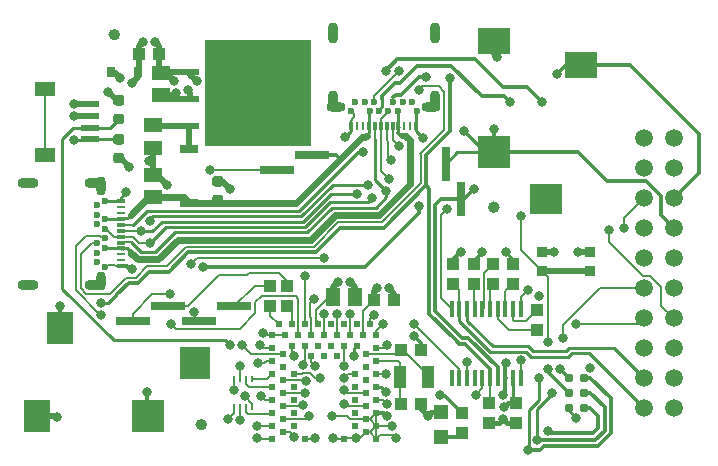
<source format=gtl>
G04 #@! TF.GenerationSoftware,KiCad,Pcbnew,(5.1.6-0-10_14)*
G04 #@! TF.CreationDate,2021-09-10T12:16:29-05:00*
G04 #@! TF.ProjectId,DFC_REV_D,4446435f-5245-4565-9f44-2e6b69636164,rev?*
G04 #@! TF.SameCoordinates,Original*
G04 #@! TF.FileFunction,Copper,L1,Top*
G04 #@! TF.FilePolarity,Positive*
%FSLAX46Y46*%
G04 Gerber Fmt 4.6, Leading zero omitted, Abs format (unit mm)*
G04 Created by KiCad (PCBNEW (5.1.6-0-10_14)) date 2021-09-10 12:16:29*
%MOMM*%
%LPD*%
G01*
G04 APERTURE LIST*
G04 #@! TA.AperFunction,EtchedComponent*
%ADD10C,0.152400*%
G04 #@! TD*
G04 #@! TA.AperFunction,SMDPad,CuDef*
%ADD11R,3.000000X0.650000*%
G04 #@! TD*
G04 #@! TA.AperFunction,SMDPad,CuDef*
%ADD12R,0.650000X3.000000*%
G04 #@! TD*
G04 #@! TA.AperFunction,ComponentPad*
%ADD13O,1.800000X0.900000*%
G04 #@! TD*
G04 #@! TA.AperFunction,ComponentPad*
%ADD14C,0.600000*%
G04 #@! TD*
G04 #@! TA.AperFunction,ComponentPad*
%ADD15O,0.800000X1.600000*%
G04 #@! TD*
G04 #@! TA.AperFunction,SMDPad,CuDef*
%ADD16R,0.700000X0.320000*%
G04 #@! TD*
G04 #@! TA.AperFunction,SMDPad,CuDef*
%ADD17R,0.700000X0.250000*%
G04 #@! TD*
G04 #@! TA.AperFunction,ComponentPad*
%ADD18O,0.900000X1.800000*%
G04 #@! TD*
G04 #@! TA.AperFunction,ComponentPad*
%ADD19O,1.600000X0.800000*%
G04 #@! TD*
G04 #@! TA.AperFunction,SMDPad,CuDef*
%ADD20R,0.320000X0.700000*%
G04 #@! TD*
G04 #@! TA.AperFunction,SMDPad,CuDef*
%ADD21R,0.250000X0.700000*%
G04 #@! TD*
G04 #@! TA.AperFunction,SMDPad,CuDef*
%ADD22R,1.549400X0.609600*%
G04 #@! TD*
G04 #@! TA.AperFunction,Conductor*
%ADD23R,9.000000X9.000000*%
G04 #@! TD*
G04 #@! TA.AperFunction,SMDPad,CuDef*
%ADD24R,1.200000X1.200000*%
G04 #@! TD*
G04 #@! TA.AperFunction,ComponentPad*
%ADD25C,1.498600*%
G04 #@! TD*
G04 #@! TA.AperFunction,SMDPad,CuDef*
%ADD26R,0.800000X0.900000*%
G04 #@! TD*
G04 #@! TA.AperFunction,SMDPad,CuDef*
%ADD27R,1.498600X0.711200*%
G04 #@! TD*
G04 #@! TA.AperFunction,SMDPad,CuDef*
%ADD28R,2.800000X2.800000*%
G04 #@! TD*
G04 #@! TA.AperFunction,SMDPad,CuDef*
%ADD29R,2.200000X2.800000*%
G04 #@! TD*
G04 #@! TA.AperFunction,SMDPad,CuDef*
%ADD30R,2.600000X2.800000*%
G04 #@! TD*
G04 #@! TA.AperFunction,SMDPad,CuDef*
%ADD31R,0.355600X1.473200*%
G04 #@! TD*
G04 #@! TA.AperFunction,SMDPad,CuDef*
%ADD32R,1.000000X1.075000*%
G04 #@! TD*
G04 #@! TA.AperFunction,SMDPad,CuDef*
%ADD33R,1.100000X1.900000*%
G04 #@! TD*
G04 #@! TA.AperFunction,SMDPad,CuDef*
%ADD34R,0.900000X0.900000*%
G04 #@! TD*
G04 #@! TA.AperFunction,SMDPad,CuDef*
%ADD35R,0.275000X0.500000*%
G04 #@! TD*
G04 #@! TA.AperFunction,SMDPad,CuDef*
%ADD36R,1.075000X1.000000*%
G04 #@! TD*
G04 #@! TA.AperFunction,SMDPad,CuDef*
%ADD37R,1.240000X1.500000*%
G04 #@! TD*
G04 #@! TA.AperFunction,SMDPad,CuDef*
%ADD38R,1.500000X1.240000*%
G04 #@! TD*
G04 #@! TA.AperFunction,SMDPad,CuDef*
%ADD39R,2.800000X2.600000*%
G04 #@! TD*
G04 #@! TA.AperFunction,SMDPad,CuDef*
%ADD40R,2.800000X2.200000*%
G04 #@! TD*
G04 #@! TA.AperFunction,SMDPad,CuDef*
%ADD41R,0.500000X0.500000*%
G04 #@! TD*
G04 #@! TA.AperFunction,SMDPad,CuDef*
%ADD42R,1.800000X1.200000*%
G04 #@! TD*
G04 #@! TA.AperFunction,SMDPad,CuDef*
%ADD43R,1.550000X0.600000*%
G04 #@! TD*
G04 #@! TA.AperFunction,ConnectorPad*
%ADD44C,0.787400*%
G04 #@! TD*
G04 #@! TA.AperFunction,ViaPad*
%ADD45C,0.800000*%
G04 #@! TD*
G04 #@! TA.AperFunction,Conductor*
%ADD46C,0.250000*%
G04 #@! TD*
G04 #@! TA.AperFunction,Conductor*
%ADD47C,0.200000*%
G04 #@! TD*
G04 #@! TA.AperFunction,Conductor*
%ADD48C,0.508000*%
G04 #@! TD*
G04 #@! TA.AperFunction,Conductor*
%ADD49C,0.320000*%
G04 #@! TD*
G04 #@! TA.AperFunction,Conductor*
%ADD50C,0.406400*%
G04 #@! TD*
G04 #@! TA.AperFunction,Conductor*
%ADD51C,0.609600*%
G04 #@! TD*
G04 #@! TA.AperFunction,Conductor*
%ADD52C,0.152400*%
G04 #@! TD*
G04 APERTURE END LIST*
D10*
X144183100Y-85064600D02*
X145732500Y-85064600D01*
X144183100Y-81813400D02*
X144183100Y-85064600D01*
X145732500Y-81813400D02*
X144183100Y-81813400D01*
X145732500Y-85064600D02*
X145732500Y-81813400D01*
D11*
X136628000Y-100965000D03*
X133628000Y-102235000D03*
X142216000Y-100965000D03*
X139216000Y-102235000D03*
D12*
X161417000Y-91924000D03*
X160147000Y-88924000D03*
G04 #@! TA.AperFunction,SMDPad,CuDef*
G36*
G01*
X131580000Y-77978000D02*
X131580000Y-77978000D01*
G75*
G02*
X132080000Y-77478000I500000J0D01*
G01*
X132080000Y-77478000D01*
G75*
G02*
X132580000Y-77978000I0J-500000D01*
G01*
X132580000Y-77978000D01*
G75*
G02*
X132080000Y-78478000I-500000J0D01*
G01*
X132080000Y-78478000D01*
G75*
G02*
X131580000Y-77978000I0J500000D01*
G01*
G37*
G04 #@! TD.AperFunction*
D13*
X124753400Y-99155000D03*
X124753400Y-90495000D03*
D14*
X130603400Y-97225000D03*
X130603400Y-96425000D03*
X130603400Y-95625000D03*
X130603400Y-92425000D03*
X130603400Y-93225000D03*
X130603400Y-94025000D03*
X131303400Y-97625000D03*
X131303400Y-96025000D03*
X131303400Y-95225000D03*
X131303400Y-92025000D03*
X131303400Y-93625000D03*
D15*
X130953400Y-90820000D03*
D14*
X131303400Y-94425000D03*
D16*
X132613400Y-97575000D03*
D17*
X132613400Y-97075000D03*
X132613400Y-96575000D03*
D16*
X132613400Y-96075000D03*
X132613400Y-95575000D03*
X132613400Y-95075000D03*
X132613400Y-94575000D03*
X132613400Y-94075000D03*
X132613400Y-93575000D03*
D17*
X132613400Y-93075000D03*
X132613400Y-92575000D03*
D16*
X132613400Y-92075000D03*
D15*
X130953400Y-98830000D03*
D13*
X130453400Y-99155000D03*
X130453400Y-90495000D03*
D18*
X159221500Y-83565000D03*
X150561500Y-83565000D03*
D19*
X150886500Y-84065000D03*
D20*
X157641500Y-85725000D03*
D21*
X157141500Y-85725000D03*
X156641500Y-85725000D03*
D20*
X156141500Y-85725000D03*
X155641500Y-85725000D03*
X155141500Y-85725000D03*
X154641500Y-85725000D03*
X154141500Y-85725000D03*
X153641500Y-85725000D03*
D21*
X153141500Y-85725000D03*
X152641500Y-85725000D03*
D20*
X152141500Y-85725000D03*
D14*
X155291500Y-84415000D03*
D19*
X158896500Y-84065000D03*
D14*
X156091500Y-84415000D03*
X157691500Y-84415000D03*
X154491500Y-84415000D03*
X153691500Y-84415000D03*
X152091500Y-84415000D03*
X155691500Y-83715000D03*
X156491500Y-83715000D03*
X157291500Y-83715000D03*
X154091500Y-83715000D03*
X153291500Y-83715000D03*
X152491500Y-83715000D03*
D18*
X159221500Y-77865000D03*
X150561500Y-77865000D03*
D22*
X138506200Y-81140300D03*
X138506200Y-83439000D03*
X138506200Y-85737700D03*
D23*
X144272000Y-82931000D03*
D24*
X159766000Y-112048000D03*
X159766000Y-109948000D03*
D25*
X179451000Y-86741000D03*
X176911000Y-86741000D03*
X179451000Y-89281000D03*
X176911000Y-89281000D03*
X179451000Y-91821000D03*
X176911000Y-91821000D03*
X179451000Y-94361000D03*
X176911000Y-94361000D03*
X179451000Y-96901000D03*
X176911000Y-96901000D03*
X179451000Y-99441000D03*
X176911000Y-99441000D03*
X179451000Y-101981000D03*
X176911000Y-101981000D03*
X179451000Y-104521000D03*
X176911000Y-104521000D03*
X179451000Y-107061000D03*
X176911000Y-107061000D03*
X179451000Y-109601000D03*
X176911000Y-109601000D03*
D26*
X134119000Y-81153000D03*
X131819000Y-81153000D03*
D27*
X138430000Y-87642700D03*
X138430000Y-92189300D03*
D28*
X134919000Y-110253000D03*
D29*
X125519000Y-110253000D03*
X127519000Y-102853000D03*
D30*
X138919000Y-105803000D03*
D31*
X166500998Y-107061000D03*
X165850999Y-107061000D03*
X165200998Y-107061000D03*
X164550999Y-107061000D03*
X163900998Y-107061000D03*
X163250999Y-107061000D03*
X162600998Y-107061000D03*
X161950999Y-107061000D03*
X161300998Y-107061000D03*
X160651000Y-107061000D03*
X160651002Y-101219000D03*
X161301001Y-101219000D03*
X161951002Y-101219000D03*
X162601001Y-101219000D03*
X163251002Y-101219000D03*
X163901001Y-101219000D03*
X164550999Y-101219000D03*
X165201001Y-101219000D03*
X165850999Y-101219000D03*
X166501000Y-101219000D03*
D32*
X163830000Y-110832000D03*
X163830000Y-109132000D03*
X160798000Y-97360000D03*
X160798000Y-99060000D03*
X165862000Y-97360000D03*
X165862000Y-99060000D03*
X166116000Y-110832000D03*
X166116000Y-109132000D03*
X162560000Y-97360000D03*
X162560000Y-99060000D03*
X164172000Y-97360000D03*
X164172000Y-99060000D03*
X167894000Y-102958000D03*
X167894000Y-101258000D03*
D33*
X158680000Y-106934000D03*
X156280000Y-106934000D03*
D34*
X168257000Y-96355000D03*
X168257000Y-97955000D03*
X172357000Y-97955000D03*
X172357000Y-96355000D03*
D35*
X143752000Y-107131000D03*
X143252000Y-107131000D03*
X142752000Y-107131000D03*
X142252000Y-107131000D03*
X143752000Y-109531000D03*
X143252000Y-109531000D03*
X142752000Y-109531000D03*
X142252000Y-109531000D03*
D36*
X134151000Y-79629000D03*
X135851000Y-79629000D03*
X158076000Y-109220000D03*
X156376000Y-109220000D03*
X158076000Y-104648000D03*
X156376000Y-104648000D03*
X154090000Y-100457000D03*
X155790000Y-100457000D03*
D37*
X150561000Y-100203000D03*
X152461000Y-100203000D03*
D38*
X135382000Y-91755000D03*
X135382000Y-89855000D03*
X135382000Y-87564000D03*
X135382000Y-85664000D03*
X136017000Y-83119000D03*
X136017000Y-81219000D03*
D32*
X161544000Y-111721000D03*
X161544000Y-110021000D03*
X145288000Y-99226000D03*
X145288000Y-100926000D03*
X146685000Y-99226000D03*
X146685000Y-100926000D03*
G04 #@! TA.AperFunction,SMDPad,CuDef*
G36*
G01*
X138946000Y-110998000D02*
X138946000Y-110998000D01*
G75*
G02*
X139446000Y-110498000I500000J0D01*
G01*
X139446000Y-110498000D01*
G75*
G02*
X139946000Y-110998000I0J-500000D01*
G01*
X139946000Y-110998000D01*
G75*
G02*
X139446000Y-111498000I-500000J0D01*
G01*
X139446000Y-111498000D01*
G75*
G02*
X138946000Y-110998000I0J500000D01*
G01*
G37*
G04 #@! TD.AperFunction*
G04 #@! TA.AperFunction,SMDPad,CuDef*
G36*
G01*
X163711000Y-92583000D02*
X163711000Y-92583000D01*
G75*
G02*
X164211000Y-92083000I500000J0D01*
G01*
X164211000Y-92083000D01*
G75*
G02*
X164711000Y-92583000I0J-500000D01*
G01*
X164711000Y-92583000D01*
G75*
G02*
X164211000Y-93083000I-500000J0D01*
G01*
X164211000Y-93083000D01*
G75*
G02*
X163711000Y-92583000I0J500000D01*
G01*
G37*
G04 #@! TD.AperFunction*
D39*
X168644000Y-91929000D03*
D40*
X171594000Y-80529000D03*
X164194000Y-78529000D03*
D28*
X164194000Y-87929000D03*
D41*
X154260000Y-112197000D03*
X153360000Y-111647000D03*
X154260000Y-111097000D03*
X153360000Y-110547000D03*
X154260000Y-109997000D03*
X153360000Y-109447000D03*
X154260000Y-108897000D03*
X153360000Y-108347000D03*
X154260000Y-107797000D03*
X153360000Y-107247000D03*
X154260000Y-106697000D03*
X153360000Y-106147000D03*
X154260000Y-105597000D03*
X153360000Y-105047000D03*
X154260000Y-104497000D03*
X154260000Y-103397000D03*
X153160000Y-103397000D03*
X152610000Y-104297000D03*
X152060000Y-103397000D03*
X151510000Y-104297000D03*
X150960000Y-103397000D03*
X150410000Y-104297000D03*
X149860000Y-103397000D03*
X149310000Y-104297000D03*
X148760000Y-103397000D03*
X148210000Y-104297000D03*
X147660000Y-103397000D03*
X147110000Y-104297000D03*
X146560000Y-103397000D03*
X145460000Y-103397000D03*
X145460000Y-104497000D03*
X146360000Y-105047000D03*
X145460000Y-105597000D03*
X146360000Y-106147000D03*
X145460000Y-106697000D03*
X146360000Y-107247000D03*
X145460000Y-107797000D03*
X146360000Y-108347000D03*
X145460000Y-108897000D03*
X146360000Y-109447000D03*
X145460000Y-109997000D03*
X146360000Y-110547000D03*
X145460000Y-111097000D03*
X146360000Y-111647000D03*
X145460000Y-112197000D03*
X148210000Y-112197000D03*
X151510000Y-112197000D03*
X152460000Y-111097000D03*
X152460000Y-109997000D03*
X152460000Y-108897000D03*
X152460000Y-107797000D03*
X152460000Y-106697000D03*
X150960000Y-105197000D03*
X149860000Y-105197000D03*
X148760000Y-105197000D03*
X147260000Y-106697000D03*
X147260000Y-107797000D03*
X147260000Y-108897000D03*
X147260000Y-109997000D03*
X147260000Y-111097000D03*
X153710000Y-102497000D03*
X152610000Y-102497000D03*
X151510000Y-102497000D03*
X150410000Y-102497000D03*
X149310000Y-102497000D03*
X148210000Y-102497000D03*
X147110000Y-102497000D03*
X146010000Y-102497000D03*
D42*
X126173000Y-88144000D03*
X126173000Y-82544000D03*
D43*
X130048000Y-83844000D03*
X130048000Y-84844000D03*
X130048000Y-85844000D03*
X130048000Y-86844000D03*
G04 #@! TA.AperFunction,SMDPad,CuDef*
G36*
G01*
X132717250Y-83978000D02*
X132204750Y-83978000D01*
G75*
G02*
X131986000Y-83759250I0J218750D01*
G01*
X131986000Y-83321750D01*
G75*
G02*
X132204750Y-83103000I218750J0D01*
G01*
X132717250Y-83103000D01*
G75*
G02*
X132936000Y-83321750I0J-218750D01*
G01*
X132936000Y-83759250D01*
G75*
G02*
X132717250Y-83978000I-218750J0D01*
G01*
G37*
G04 #@! TD.AperFunction*
G04 #@! TA.AperFunction,SMDPad,CuDef*
G36*
G01*
X132717250Y-85553000D02*
X132204750Y-85553000D01*
G75*
G02*
X131986000Y-85334250I0J218750D01*
G01*
X131986000Y-84896750D01*
G75*
G02*
X132204750Y-84678000I218750J0D01*
G01*
X132717250Y-84678000D01*
G75*
G02*
X132936000Y-84896750I0J-218750D01*
G01*
X132936000Y-85334250D01*
G75*
G02*
X132717250Y-85553000I-218750J0D01*
G01*
G37*
G04 #@! TD.AperFunction*
G04 #@! TA.AperFunction,SMDPad,CuDef*
G36*
G01*
X132204750Y-86405000D02*
X132717250Y-86405000D01*
G75*
G02*
X132936000Y-86623750I0J-218750D01*
G01*
X132936000Y-87061250D01*
G75*
G02*
X132717250Y-87280000I-218750J0D01*
G01*
X132204750Y-87280000D01*
G75*
G02*
X131986000Y-87061250I0J218750D01*
G01*
X131986000Y-86623750D01*
G75*
G02*
X132204750Y-86405000I218750J0D01*
G01*
G37*
G04 #@! TD.AperFunction*
G04 #@! TA.AperFunction,SMDPad,CuDef*
G36*
G01*
X132204750Y-87980000D02*
X132717250Y-87980000D01*
G75*
G02*
X132936000Y-88198750I0J-218750D01*
G01*
X132936000Y-88636250D01*
G75*
G02*
X132717250Y-88855000I-218750J0D01*
G01*
X132204750Y-88855000D01*
G75*
G02*
X131986000Y-88636250I0J218750D01*
G01*
X131986000Y-88198750D01*
G75*
G02*
X132204750Y-87980000I218750J0D01*
G01*
G37*
G04 #@! TD.AperFunction*
G04 #@! TA.AperFunction,SMDPad,CuDef*
G36*
G01*
X141099250Y-92411000D02*
X140586750Y-92411000D01*
G75*
G02*
X140368000Y-92192250I0J218750D01*
G01*
X140368000Y-91754750D01*
G75*
G02*
X140586750Y-91536000I218750J0D01*
G01*
X141099250Y-91536000D01*
G75*
G02*
X141318000Y-91754750I0J-218750D01*
G01*
X141318000Y-92192250D01*
G75*
G02*
X141099250Y-92411000I-218750J0D01*
G01*
G37*
G04 #@! TD.AperFunction*
G04 #@! TA.AperFunction,SMDPad,CuDef*
G36*
G01*
X141099250Y-90836000D02*
X140586750Y-90836000D01*
G75*
G02*
X140368000Y-90617250I0J218750D01*
G01*
X140368000Y-90179750D01*
G75*
G02*
X140586750Y-89961000I218750J0D01*
G01*
X141099250Y-89961000D01*
G75*
G02*
X141318000Y-90179750I0J-218750D01*
G01*
X141318000Y-90617250D01*
G75*
G02*
X141099250Y-90836000I-218750J0D01*
G01*
G37*
G04 #@! TD.AperFunction*
D44*
X170561000Y-107061000D03*
X171831000Y-107061000D03*
X170561000Y-108331000D03*
X171831000Y-108331000D03*
X170561000Y-109601000D03*
X171831000Y-109601000D03*
D11*
X145820000Y-89408000D03*
X148820000Y-88138000D03*
D45*
X149860000Y-96901000D03*
X148209000Y-98425000D03*
X168021000Y-100076000D03*
X152400000Y-105156000D03*
X165227000Y-105791000D03*
X152527000Y-112141000D03*
X133096000Y-91313000D03*
X158242000Y-86741000D03*
X151638000Y-86614000D03*
X149098000Y-112141000D03*
X144145000Y-112141000D03*
X150495000Y-110236000D03*
X155194000Y-110236000D03*
X141859000Y-91059000D03*
X155321000Y-99441000D03*
X152019000Y-98933000D03*
X154813000Y-102489000D03*
X157480000Y-103505000D03*
X158623000Y-110236000D03*
X135001000Y-88646000D03*
X136525000Y-90678000D03*
X137160000Y-81915000D03*
X139065000Y-81915000D03*
X169291000Y-96393000D03*
X171323000Y-96393000D03*
X164465000Y-79883000D03*
X127254000Y-110363000D03*
X128651000Y-83820000D03*
X155956000Y-112141000D03*
X133604000Y-97790000D03*
X149098000Y-106045000D03*
X144653000Y-103251000D03*
X143129000Y-108585000D03*
X155575000Y-111125000D03*
X150622000Y-112141000D03*
X164973000Y-108458000D03*
X164973000Y-110490000D03*
X161417000Y-96393000D03*
X163195000Y-96393000D03*
X165227000Y-96393000D03*
X171196000Y-110426500D03*
X135509000Y-78613000D03*
X142240000Y-108077000D03*
X137287000Y-82931000D03*
X133604000Y-82042000D03*
X151003000Y-98933000D03*
X154305000Y-99441000D03*
X133350000Y-89154000D03*
X131572000Y-82804000D03*
X128651000Y-84836000D03*
X165100000Y-109474000D03*
X169799000Y-106299000D03*
X172339000Y-106172000D03*
X134493000Y-78613000D03*
X138303000Y-82677000D03*
X132588000Y-81661000D03*
X144526000Y-108585000D03*
X168783000Y-106299000D03*
X168783000Y-104013000D03*
X166497000Y-93345000D03*
X144272000Y-105791000D03*
X144399000Y-104267000D03*
X173990000Y-94488000D03*
X142875000Y-104267000D03*
X141859000Y-104267000D03*
X147320000Y-105156000D03*
X136906000Y-102489000D03*
X128651000Y-86868000D03*
X168783000Y-111506000D03*
X149479000Y-107061000D03*
X167894000Y-112268000D03*
X144145000Y-111125000D03*
X169164000Y-108331000D03*
X167132000Y-113157000D03*
X147320000Y-112014000D03*
X168021000Y-107061000D03*
X148082000Y-109347000D03*
X142748000Y-110617000D03*
X148209000Y-108331000D03*
X141732000Y-110490000D03*
X148336000Y-107315000D03*
X142748000Y-106045000D03*
X155067000Y-108204000D03*
X159639000Y-108458000D03*
X130937000Y-100711000D03*
X127508000Y-100965000D03*
X169545000Y-81280000D03*
X160528000Y-81661000D03*
X134874000Y-108204000D03*
X161671000Y-86106000D03*
X164211000Y-85979000D03*
X139573000Y-97663000D03*
X157861000Y-92456000D03*
X162560000Y-91059000D03*
X155194000Y-109220000D03*
X162687000Y-108458000D03*
X161925000Y-105664000D03*
X151511000Y-108077000D03*
X157480000Y-102489000D03*
X151511000Y-109220000D03*
X160274000Y-92710000D03*
X148590000Y-110236000D03*
X155067000Y-106680000D03*
X166497000Y-105537000D03*
X165608000Y-83693000D03*
X155498482Y-88569482D03*
X152654000Y-91440000D03*
X134366000Y-94615000D03*
X130937000Y-101711003D03*
X138811000Y-101473000D03*
X168275000Y-83693000D03*
X155067000Y-81026000D03*
X135128000Y-95631000D03*
X155321000Y-90170000D03*
X153924000Y-91821000D03*
X136779000Y-99949000D03*
X157861000Y-82677000D03*
X156210000Y-81026000D03*
X135128000Y-93726000D03*
X153543000Y-90678000D03*
X158496000Y-81534000D03*
X155067000Y-91186000D03*
X153162000Y-87884000D03*
X156210000Y-87376000D03*
X154051000Y-101727000D03*
X167132000Y-99568000D03*
X138557000Y-97409000D03*
X140208000Y-89408000D03*
X155194000Y-104267000D03*
X152019000Y-101600000D03*
X151511000Y-106045000D03*
X171196000Y-102489000D03*
X150939500Y-101600000D03*
X149860000Y-101600000D03*
X148971000Y-100330000D03*
X148082000Y-105918000D03*
X175260000Y-94361000D03*
X151511000Y-107061000D03*
X170053000Y-103632000D03*
D46*
X132563400Y-92025000D02*
X132613400Y-92075000D01*
D47*
X132602406Y-97564006D02*
X132613400Y-97575000D01*
X132302448Y-97564006D02*
X132602406Y-97564006D01*
X131971818Y-97483420D02*
X131980725Y-97483420D01*
X131524664Y-97475001D02*
X131963399Y-97475001D01*
X131980725Y-97483420D02*
X132302448Y-97564006D01*
X131374665Y-97625000D02*
X131524664Y-97475001D01*
X131963399Y-97475001D02*
X131971818Y-97483420D01*
X131303400Y-97625000D02*
X131374665Y-97625000D01*
D46*
X131303400Y-92025000D02*
X132563400Y-92025000D01*
D47*
X155547000Y-111097000D02*
X155575000Y-111125000D01*
X154260000Y-111097000D02*
X155547000Y-111097000D01*
D46*
X157641500Y-86140500D02*
X158242000Y-86741000D01*
X157641500Y-85725000D02*
X157641500Y-86140500D01*
X157641500Y-84465000D02*
X157691500Y-84415000D01*
X157641500Y-85725000D02*
X157641500Y-84465000D01*
D48*
X136095700Y-81140300D02*
X136017000Y-81219000D01*
X138506200Y-81140300D02*
X136095700Y-81140300D01*
X127144000Y-110253000D02*
X127254000Y-110363000D01*
X125519000Y-110253000D02*
X127144000Y-110253000D01*
X163957000Y-78766000D02*
X164194000Y-78529000D01*
X130048000Y-83844000D02*
X129564000Y-83844000D01*
D47*
X155956000Y-111887000D02*
X155829000Y-111887000D01*
D48*
X135851000Y-81053000D02*
X136017000Y-81219000D01*
X135851000Y-79629000D02*
X135851000Y-81053000D01*
D46*
X133565000Y-97575000D02*
X133604000Y-97536000D01*
D48*
X169253000Y-96355000D02*
X169291000Y-96393000D01*
X168257000Y-96355000D02*
X169253000Y-96355000D01*
X171361000Y-96355000D02*
X171323000Y-96393000D01*
X172357000Y-96355000D02*
X171361000Y-96355000D01*
D47*
X144672000Y-103397000D02*
X144653000Y-103378000D01*
X146560000Y-103397000D02*
X144672000Y-103397000D01*
X148281000Y-112268000D02*
X148210000Y-112197000D01*
X154260000Y-103042000D02*
X154813000Y-102489000D01*
X154260000Y-103397000D02*
X154260000Y-103042000D01*
X155702000Y-111887000D02*
X155956000Y-112141000D01*
X154570000Y-111887000D02*
X155702000Y-111887000D01*
X154260000Y-112197000D02*
X154570000Y-111887000D01*
X152329000Y-112197000D02*
X152400000Y-112268000D01*
X150678000Y-112197000D02*
X150622000Y-112141000D01*
X151510000Y-112197000D02*
X150678000Y-112197000D01*
X149042000Y-112197000D02*
X149098000Y-112141000D01*
X148210000Y-112197000D02*
X149042000Y-112197000D01*
X151566000Y-112141000D02*
X151510000Y-112197000D01*
X152527000Y-112141000D02*
X151566000Y-112141000D01*
X152866000Y-112141000D02*
X153360000Y-111647000D01*
X152527000Y-112141000D02*
X152866000Y-112141000D01*
X144201000Y-112197000D02*
X144145000Y-112141000D01*
X145460000Y-112197000D02*
X144201000Y-112197000D01*
X143752000Y-109208000D02*
X143129000Y-108585000D01*
X143752000Y-109531000D02*
X143752000Y-109208000D01*
X152076000Y-110547000D02*
X153360000Y-110547000D01*
X151765000Y-110236000D02*
X152076000Y-110547000D01*
X150495000Y-110236000D02*
X151765000Y-110236000D01*
X155209000Y-109997000D02*
X155321000Y-110109000D01*
D49*
X158076000Y-104101000D02*
X157480000Y-103505000D01*
X158076000Y-104648000D02*
X158076000Y-104101000D01*
D46*
X152400000Y-104507000D02*
X152610000Y-104297000D01*
X152400000Y-105156000D02*
X152400000Y-104507000D01*
D49*
X154955000Y-109997000D02*
X155194000Y-110236000D01*
X154260000Y-109997000D02*
X154955000Y-109997000D01*
X158076000Y-109220000D02*
X158076000Y-109259000D01*
D47*
X148760000Y-105707000D02*
X149098000Y-106045000D01*
X148760000Y-105197000D02*
X148760000Y-105707000D01*
D46*
X132613400Y-91795600D02*
X133096000Y-91313000D01*
X132613400Y-92075000D02*
X132613400Y-91795600D01*
D49*
X133155001Y-97595001D02*
X132613400Y-97595001D01*
X133350000Y-97790000D02*
X133155001Y-97595001D01*
X133604000Y-97790000D02*
X133350000Y-97790000D01*
D46*
X152141500Y-85725000D02*
X152141500Y-86110500D01*
X162560000Y-97360000D02*
X162560000Y-97155000D01*
X162560000Y-97028000D02*
X163195000Y-96393000D01*
X162560000Y-97360000D02*
X162560000Y-97028000D01*
X165862000Y-97028000D02*
X165227000Y-96393000D01*
X165862000Y-97360000D02*
X165862000Y-97028000D01*
D49*
X160798000Y-97012000D02*
X161417000Y-96393000D01*
X160798000Y-97360000D02*
X160798000Y-97012000D01*
X165227000Y-107034998D02*
X165200998Y-107061000D01*
D47*
X153710000Y-110547000D02*
X154260000Y-109997000D01*
X153710000Y-110547000D02*
X154260000Y-111097000D01*
X153360000Y-110547000D02*
X153710000Y-110547000D01*
X154260000Y-111097000D02*
X154260000Y-112197000D01*
X153710000Y-111647000D02*
X154260000Y-111097000D01*
X153710000Y-111647000D02*
X154260000Y-112197000D01*
X153360000Y-111647000D02*
X153710000Y-111647000D01*
X154260000Y-109997000D02*
X154260000Y-111097000D01*
X152152493Y-85714007D02*
X152141500Y-85725000D01*
X152152493Y-85414048D02*
X152152493Y-85714007D01*
X152224359Y-85127139D02*
X152152493Y-85414048D01*
X152391499Y-84959999D02*
X152224359Y-85127139D01*
X152391499Y-84714999D02*
X152391499Y-84959999D01*
X152091500Y-84415000D02*
X152391499Y-84714999D01*
D49*
X166116000Y-110832000D02*
X166409000Y-110832000D01*
D46*
X170561000Y-109601000D02*
X170561000Y-109855000D01*
X170561000Y-109791500D02*
X171196000Y-110426500D01*
X170561000Y-109601000D02*
X170561000Y-109791500D01*
D48*
X164194000Y-79612000D02*
X164465000Y-79883000D01*
X164194000Y-78529000D02*
X164194000Y-79612000D01*
D50*
X165200998Y-105891998D02*
X165100000Y-105791000D01*
D49*
X165200998Y-105817002D02*
X165227000Y-105791000D01*
X165200998Y-107061000D02*
X165200998Y-105817002D01*
X165200998Y-108230002D02*
X164973000Y-108458000D01*
X165200998Y-107061000D02*
X165200998Y-108230002D01*
D50*
X165315000Y-110832000D02*
X164973000Y-110490000D01*
X166116000Y-110832000D02*
X165315000Y-110832000D01*
X164631000Y-110832000D02*
X164973000Y-110490000D01*
X163830000Y-110832000D02*
X164631000Y-110832000D01*
X158076000Y-109689000D02*
X158623000Y-110236000D01*
X158076000Y-109220000D02*
X158076000Y-109689000D01*
X158911000Y-109948000D02*
X158623000Y-110236000D01*
X159766000Y-109948000D02*
X158911000Y-109948000D01*
D48*
X155790000Y-99910000D02*
X155321000Y-99441000D01*
X155790000Y-100457000D02*
X155790000Y-99910000D01*
X152461000Y-99375000D02*
X152019000Y-98933000D01*
X152461000Y-100203000D02*
X152461000Y-99375000D01*
X141198500Y-90398500D02*
X141859000Y-91059000D01*
X140843000Y-90398500D02*
X141198500Y-90398500D01*
D46*
X152141500Y-86110500D02*
X151638000Y-86614000D01*
D48*
X128675000Y-83844000D02*
X128651000Y-83820000D01*
X130048000Y-83844000D02*
X128675000Y-83844000D01*
X135851000Y-78955000D02*
X135509000Y-78613000D01*
X135851000Y-79629000D02*
X135851000Y-78955000D01*
X138506200Y-81356200D02*
X139065000Y-81915000D01*
X138506200Y-81140300D02*
X138506200Y-81356200D01*
X136464000Y-81219000D02*
X137160000Y-81915000D01*
X136017000Y-81219000D02*
X136464000Y-81219000D01*
X135702000Y-89855000D02*
X136525000Y-90678000D01*
X135382000Y-89855000D02*
X135702000Y-89855000D01*
X135382000Y-88265000D02*
X135001000Y-88646000D01*
X135382000Y-87564000D02*
X135382000Y-88265000D01*
X135382000Y-89855000D02*
X135382000Y-87564000D01*
D46*
X153641500Y-85823500D02*
X153646000Y-85828000D01*
X153641500Y-85725000D02*
X153641500Y-85823500D01*
X132676400Y-96075000D02*
X132686899Y-96085499D01*
X132613400Y-96075000D02*
X132676400Y-96075000D01*
X156141500Y-84465000D02*
X156091500Y-84415000D01*
X156141500Y-85725000D02*
X156141500Y-84465000D01*
X132779000Y-96075000D02*
X132789499Y-96085499D01*
X132613400Y-96075000D02*
X132779000Y-96075000D01*
X153641500Y-86320002D02*
X153641500Y-85725000D01*
X153641500Y-84465000D02*
X153641500Y-85725000D01*
D47*
X153691500Y-84415000D02*
X153641500Y-84465000D01*
D46*
X156141500Y-85783500D02*
X156156499Y-85798499D01*
X156141500Y-85725000D02*
X156141500Y-85783500D01*
X131353400Y-93575000D02*
X132613400Y-93575000D01*
X131303400Y-93625000D02*
X131353400Y-93575000D01*
D51*
X135382000Y-91755000D02*
X135134401Y-91755000D01*
X137995700Y-91755000D02*
X138430000Y-92189300D01*
X135382000Y-91755000D02*
X137995700Y-91755000D01*
X153381701Y-86579801D02*
X153511690Y-86579801D01*
X153064926Y-86645310D02*
X153316192Y-86645310D01*
X146939000Y-92202000D02*
X147508236Y-92202000D01*
X146926300Y-92189300D02*
X146939000Y-92202000D01*
X153316192Y-86645310D02*
X153381701Y-86579801D01*
X138430000Y-92189300D02*
X146926300Y-92189300D01*
D46*
X132661999Y-93525001D02*
X133169999Y-93525001D01*
X132613400Y-93573600D02*
X132661999Y-93525001D01*
X132613400Y-93575000D02*
X132613400Y-93573600D01*
D51*
X135382000Y-91755000D02*
X134940000Y-91755000D01*
X134940000Y-91755000D02*
X133477000Y-93218000D01*
D46*
X133169999Y-93525001D02*
X133477000Y-93218000D01*
X133173402Y-96075000D02*
X133477000Y-96378598D01*
X132613400Y-96075000D02*
X133173402Y-96075000D01*
D48*
X133477000Y-96520000D02*
X133477000Y-96378598D01*
D46*
X156141500Y-85725000D02*
X156141500Y-86325000D01*
D49*
X156251501Y-86435001D02*
X156141500Y-86325000D01*
D51*
X156787106Y-86614000D02*
X156752907Y-86579801D01*
X157114801Y-86883801D02*
X156845000Y-86614000D01*
X156845000Y-86614000D02*
X156787106Y-86614000D01*
X154463865Y-93244821D02*
X157114801Y-90593885D01*
X148699389Y-95337856D02*
X150792424Y-93244821D01*
X135806873Y-96985811D02*
X137454828Y-95337856D01*
X134073910Y-96985811D02*
X135806873Y-96985811D01*
X150792424Y-93244821D02*
X154463865Y-93244821D01*
X133608100Y-96520000D02*
X134073910Y-96985811D01*
X137454828Y-95337856D02*
X148699389Y-95337856D01*
X157114801Y-90593885D02*
X157114801Y-86883801D01*
X133477000Y-96520000D02*
X133608100Y-96520000D01*
D49*
X156666001Y-86435001D02*
X156845000Y-86614000D01*
X156251501Y-86435001D02*
X156666001Y-86435001D01*
X156251501Y-86435001D02*
X156285001Y-86435001D01*
X156285001Y-86435001D02*
X156464000Y-86614000D01*
D46*
X131353400Y-96075000D02*
X131303400Y-96025000D01*
X132613400Y-96075000D02*
X131353400Y-96075000D01*
D49*
X148820000Y-88138000D02*
X150876000Y-88138000D01*
X150876000Y-88138000D02*
X151224118Y-88486118D01*
D51*
X151224118Y-88486118D02*
X153064926Y-86645310D01*
X147508236Y-92202000D02*
X151224118Y-88486118D01*
D49*
X135702000Y-82804000D02*
X136017000Y-83119000D01*
X136398000Y-83500000D02*
X136017000Y-83119000D01*
D47*
X154090000Y-100822998D02*
X154090000Y-100457000D01*
D46*
X166104999Y-109120999D02*
X166116000Y-109132000D01*
X165850999Y-107061000D02*
X165850999Y-109120999D01*
D49*
X150561000Y-100203000D02*
X150368000Y-100203000D01*
D48*
X134151000Y-81121000D02*
X134119000Y-81153000D01*
X134151000Y-79629000D02*
X134151000Y-81121000D01*
X128659000Y-84844000D02*
X128651000Y-84836000D01*
X130048000Y-84844000D02*
X128659000Y-84844000D01*
X132308500Y-83540500D02*
X131572000Y-82804000D01*
X132461000Y-83540500D02*
X132308500Y-83540500D01*
X132613500Y-88417500D02*
X133350000Y-89154000D01*
X132461000Y-88417500D02*
X132613500Y-88417500D01*
D47*
X150093998Y-100203000D02*
X150561000Y-100203000D01*
X150368000Y-100010000D02*
X150561000Y-100203000D01*
X149136208Y-101287790D02*
X150220998Y-100203000D01*
X149136208Y-102146208D02*
X149136208Y-101287790D01*
X149310000Y-102320000D02*
X149136208Y-102146208D01*
X150220998Y-100203000D02*
X150561000Y-100203000D01*
X149310000Y-102497000D02*
X149310000Y-102320000D01*
D52*
X153159999Y-101387001D02*
X154090000Y-100457000D01*
X153160000Y-103397000D02*
X153159999Y-101387001D01*
D47*
X142252000Y-108065000D02*
X142240000Y-108077000D01*
X142252000Y-107131000D02*
X142252000Y-108065000D01*
D49*
X169799000Y-106299000D02*
X170561000Y-107061000D01*
D50*
X165442000Y-109132000D02*
X165100000Y-109474000D01*
X166116000Y-109132000D02*
X165442000Y-109132000D01*
D48*
X154090000Y-99656000D02*
X154305000Y-99441000D01*
X154090000Y-100457000D02*
X154090000Y-99656000D01*
X150561000Y-99375000D02*
X151003000Y-98933000D01*
X150561000Y-100203000D02*
X150561000Y-99375000D01*
X134151000Y-78955000D02*
X134493000Y-78613000D01*
X134151000Y-79629000D02*
X134151000Y-78955000D01*
X138506200Y-82880200D02*
X138303000Y-82677000D01*
X138506200Y-83439000D02*
X138506200Y-82880200D01*
X136337000Y-83439000D02*
X136017000Y-83119000D01*
X138506200Y-83439000D02*
X136337000Y-83439000D01*
X137099000Y-83119000D02*
X137287000Y-82931000D01*
X136017000Y-83119000D02*
X137099000Y-83119000D01*
X134119000Y-81527000D02*
X133604000Y-82042000D01*
X134119000Y-81153000D02*
X134119000Y-81527000D01*
X132080000Y-81153000D02*
X132588000Y-81661000D01*
X131819000Y-81153000D02*
X132080000Y-81153000D01*
X168257000Y-97955000D02*
X172357000Y-97955000D01*
D47*
X144838000Y-108897000D02*
X144526000Y-108585000D01*
X145460000Y-108897000D02*
X144838000Y-108897000D01*
D46*
X168155999Y-97853999D02*
X168257000Y-97955000D01*
D47*
X166497000Y-96195000D02*
X168257000Y-97955000D01*
X166497000Y-93345000D02*
X166497000Y-96195000D01*
X168783000Y-98481000D02*
X168783000Y-104013000D01*
X168257000Y-97955000D02*
X168783000Y-98481000D01*
D46*
X168783000Y-106553000D02*
X170561000Y-108331000D01*
X168783000Y-106299000D02*
X168783000Y-106553000D01*
D47*
X145460000Y-105597000D02*
X144974000Y-105597000D01*
X144780000Y-105791000D02*
X144272000Y-105791000D01*
X144974000Y-105597000D02*
X144780000Y-105791000D01*
X144629000Y-104497000D02*
X144399000Y-104267000D01*
X145460000Y-104497000D02*
X144629000Y-104497000D01*
X178401699Y-100931699D02*
X179451000Y-101981000D01*
X178401699Y-99378733D02*
X178401699Y-100931699D01*
X177414665Y-98391699D02*
X178401699Y-99378733D01*
X176848733Y-98391699D02*
X177414665Y-98391699D01*
X173990000Y-95532966D02*
X176848733Y-98391699D01*
X173990000Y-94488000D02*
X173990000Y-95532966D01*
X143655000Y-105047000D02*
X142875000Y-104267000D01*
X146360000Y-105047000D02*
X143655000Y-105047000D01*
X147110000Y-105073000D02*
X147193000Y-105156000D01*
X130040000Y-85852000D02*
X130048000Y-85844000D01*
X147110000Y-104946000D02*
X147320000Y-105156000D01*
X147110000Y-104297000D02*
X147110000Y-104946000D01*
D46*
X131732500Y-85844000D02*
X132461000Y-85115500D01*
X130048000Y-85844000D02*
X131732500Y-85844000D01*
X128601998Y-85844000D02*
X130048000Y-85844000D01*
X127635000Y-86810998D02*
X128601998Y-85844000D01*
X132019996Y-103867001D02*
X127635000Y-99482005D01*
X141859000Y-104267000D02*
X141459001Y-103867001D01*
X127635000Y-99482005D02*
X127635000Y-86810998D01*
X141459001Y-103867001D02*
X132019996Y-103867001D01*
D47*
X130049500Y-86842500D02*
X130048000Y-86844000D01*
D46*
X130024000Y-86868000D02*
X130048000Y-86844000D01*
X128651000Y-86868000D02*
X130024000Y-86868000D01*
X132459500Y-86844000D02*
X132461000Y-86842500D01*
X130048000Y-86844000D02*
X132459500Y-86844000D01*
D47*
X144547999Y-100088499D02*
X144016001Y-100620497D01*
X147425001Y-100088499D02*
X144547999Y-100088499D01*
X147660000Y-100323498D02*
X147425001Y-100088499D01*
X147660000Y-103397000D02*
X147660000Y-100323498D01*
X142686001Y-102860001D02*
X137277001Y-102860001D01*
X144016001Y-101530001D02*
X142686001Y-102860001D01*
X137277001Y-102860001D02*
X136906000Y-102489000D01*
X144016001Y-100620497D02*
X144016001Y-101530001D01*
D52*
X148691021Y-106638799D02*
X149113222Y-107061000D01*
X148011423Y-106638799D02*
X148691021Y-106638799D01*
X149113222Y-107061000D02*
X149479000Y-107061000D01*
X147953222Y-106697000D02*
X148011423Y-106638799D01*
X147260000Y-106697000D02*
X147953222Y-106697000D01*
D49*
X172387775Y-109601000D02*
X173067301Y-110280526D01*
X173067301Y-111281545D02*
X172622546Y-111726301D01*
X173067301Y-110280526D02*
X173067301Y-111281545D01*
X171831000Y-109601000D02*
X172387775Y-109601000D01*
X169003301Y-111726301D02*
X168783000Y-111506000D01*
X172622546Y-111726301D02*
X169003301Y-111726301D01*
D47*
X144173000Y-111097000D02*
X144145000Y-111125000D01*
X145460000Y-111097000D02*
X144173000Y-111097000D01*
D49*
X173587311Y-109530536D02*
X172387775Y-108331000D01*
X173587311Y-111496940D02*
X173587311Y-109530536D01*
X172387775Y-108331000D02*
X171831000Y-108331000D01*
X172816251Y-112268000D02*
X173587311Y-111496940D01*
X167894000Y-112268000D02*
X172816251Y-112268000D01*
D47*
X169164000Y-108354056D02*
X169164000Y-108331000D01*
D46*
X169164000Y-108389412D02*
X169164000Y-108331000D01*
X167894000Y-109659412D02*
X169164000Y-108389412D01*
X167894000Y-112268000D02*
X167894000Y-109659412D01*
D47*
X146360000Y-111647000D02*
X146798000Y-111647000D01*
X146953000Y-111647000D02*
X146360000Y-111647000D01*
X147320000Y-112014000D02*
X146953000Y-111647000D01*
D46*
X167168999Y-113120001D02*
X167132000Y-113157000D01*
X167168999Y-109748003D02*
X167168999Y-113120001D01*
X168021000Y-108896002D02*
X167168999Y-109748003D01*
X168021000Y-107061000D02*
X168021000Y-108896002D01*
D49*
X168129802Y-113157000D02*
X167132000Y-113157000D01*
X168498792Y-112788010D02*
X168129802Y-113157000D01*
X173031646Y-112788010D02*
X168498792Y-112788010D01*
X174107321Y-111712335D02*
X173031646Y-112788010D01*
X172387775Y-107061000D02*
X174107321Y-108780546D01*
X174107321Y-108780546D02*
X174107321Y-111712335D01*
X171831000Y-107061000D02*
X172387775Y-107061000D01*
D47*
X156104000Y-104793000D02*
X156122000Y-104775000D01*
X153360000Y-105047000D02*
X156104000Y-105047000D01*
X156394000Y-104521000D02*
X158680000Y-106807000D01*
X156376000Y-104521000D02*
X156394000Y-104521000D01*
X156280000Y-108997000D02*
X156376000Y-109093000D01*
X156280000Y-106807000D02*
X156280000Y-108997000D01*
X156280000Y-105784000D02*
X156280000Y-106934000D01*
X156093000Y-105597000D02*
X156280000Y-105784000D01*
X154260000Y-105597000D02*
X156093000Y-105597000D01*
X142752000Y-110613000D02*
X142748000Y-110617000D01*
X142752000Y-109531000D02*
X142752000Y-110613000D01*
X147982000Y-109447000D02*
X148082000Y-109347000D01*
X146360000Y-109447000D02*
X147982000Y-109447000D01*
X145375999Y-110081001D02*
X145460000Y-109997000D01*
X143374499Y-110081001D02*
X145375999Y-110081001D01*
X143252000Y-109958502D02*
X143374499Y-110081001D01*
X143252000Y-109531000D02*
X143252000Y-109958502D01*
X148193000Y-108347000D02*
X148209000Y-108331000D01*
X146360000Y-108347000D02*
X148193000Y-108347000D01*
X142252000Y-109970000D02*
X141732000Y-110490000D01*
X142252000Y-109531000D02*
X142252000Y-109970000D01*
X148268000Y-107247000D02*
X148336000Y-107315000D01*
X146360000Y-107247000D02*
X148268000Y-107247000D01*
X142752000Y-106049000D02*
X142748000Y-106045000D01*
X142752000Y-107131000D02*
X142752000Y-106049000D01*
X143252000Y-107558502D02*
X143252000Y-107131000D01*
X143490498Y-107797000D02*
X143252000Y-107558502D01*
X145460000Y-107797000D02*
X143490498Y-107797000D01*
X145026000Y-107131000D02*
X145460000Y-106697000D01*
X143752000Y-107131000D02*
X145026000Y-107131000D01*
X145288000Y-101521000D02*
X145288000Y-100799000D01*
X146010000Y-102497000D02*
X145288000Y-101775000D01*
X145288000Y-101775000D02*
X145288000Y-100926000D01*
X147232000Y-102375000D02*
X147110000Y-102497000D01*
X147110000Y-101224000D02*
X146685000Y-100799000D01*
X147110000Y-101351000D02*
X146685000Y-100926000D01*
X147110000Y-102497000D02*
X147110000Y-101351000D01*
D46*
X154660000Y-107797000D02*
X155067000Y-108204000D01*
X154260000Y-107797000D02*
X154660000Y-107797000D01*
X159981000Y-108458000D02*
X161544000Y-110021000D01*
X159639000Y-108458000D02*
X159981000Y-108458000D01*
D47*
X164550999Y-102023400D02*
X164550999Y-101219000D01*
X165485599Y-102958000D02*
X164550999Y-102023400D01*
X167894000Y-102958000D02*
X165485599Y-102958000D01*
X165850999Y-102155600D02*
X165850999Y-101219000D01*
X166933899Y-102255601D02*
X165951000Y-102255601D01*
X165951000Y-102255601D02*
X165850999Y-102155600D01*
X167894000Y-101295500D02*
X166933899Y-102255601D01*
X167894000Y-101258000D02*
X167894000Y-101295500D01*
X163360001Y-98171999D02*
X163360001Y-101110001D01*
X163360001Y-101110001D02*
X163251002Y-101219000D01*
X164172000Y-97360000D02*
X163360001Y-98171999D01*
X163901001Y-99330999D02*
X163901001Y-101219000D01*
X164172000Y-99060000D02*
X163901001Y-99330999D01*
X162560000Y-101177999D02*
X162601001Y-101219000D01*
X162560000Y-99060000D02*
X162560000Y-101177999D01*
X165201001Y-99720999D02*
X165201001Y-101219000D01*
X165862000Y-99060000D02*
X165201001Y-99720999D01*
X163900998Y-109061002D02*
X163830000Y-109132000D01*
X163900998Y-107061000D02*
X163900998Y-109061002D01*
D46*
X171594000Y-80529000D02*
X171594000Y-80882000D01*
X171594000Y-80529000D02*
X172858000Y-80529000D01*
D47*
X163900998Y-107061000D02*
X163900998Y-109184000D01*
D49*
X170296000Y-80529000D02*
X169545000Y-81280000D01*
X171594000Y-80529000D02*
X170296000Y-80529000D01*
X160528000Y-81661000D02*
X160528000Y-86141554D01*
X160528000Y-86141554D02*
X158468012Y-88201542D01*
X158468012Y-88201542D02*
X158468011Y-90746558D01*
X158468011Y-90746558D02*
X154904928Y-94309641D01*
X154904928Y-94309641D02*
X151233486Y-94309641D01*
X151233486Y-94309641D02*
X149140451Y-96402676D01*
X149140451Y-96402676D02*
X138344312Y-96402676D01*
X136696357Y-98050631D02*
X135029923Y-98050631D01*
X138344312Y-96402676D02*
X136696357Y-98050631D01*
X135029923Y-98050631D02*
X134068544Y-99012010D01*
X133284805Y-99012010D02*
X132347813Y-99949000D01*
X134068544Y-99012010D02*
X133284805Y-99012010D01*
X158468012Y-90746557D02*
X158468012Y-88201542D01*
X135029923Y-98050631D02*
X136696358Y-98050630D01*
X136696358Y-98050630D02*
X138344312Y-96402676D01*
X132347813Y-99949000D02*
X133284803Y-99012010D01*
X134068545Y-99012009D02*
X135029923Y-98050631D01*
X133284803Y-99012010D02*
X134068545Y-99012009D01*
D46*
X131536315Y-100711000D02*
X130937000Y-100711000D01*
X132298315Y-99949000D02*
X131536315Y-100711000D01*
X132347813Y-99949000D02*
X132298315Y-99949000D01*
D49*
X163900998Y-107061000D02*
X163900998Y-106242998D01*
X160981590Y-103847394D02*
X158739990Y-101605794D01*
X158739990Y-101605794D02*
X158739990Y-91018537D01*
X161286205Y-104152010D02*
X160981590Y-103847394D01*
X158739990Y-91018537D02*
X158468011Y-90746558D01*
X163900998Y-106242998D02*
X161810010Y-104152010D01*
X161810010Y-104152010D02*
X161286205Y-104152010D01*
X181608001Y-86376199D02*
X181608001Y-89663999D01*
X181608001Y-89663999D02*
X179451000Y-91821000D01*
X175760802Y-80529000D02*
X181608001Y-86376199D01*
X171594000Y-80529000D02*
X175760802Y-80529000D01*
X127519000Y-100976000D02*
X127508000Y-100965000D01*
X127519000Y-102853000D02*
X127519000Y-100976000D01*
D46*
X134919000Y-110253000D02*
X134002000Y-110253000D01*
X164194000Y-87929000D02*
X164194000Y-87232000D01*
D49*
X163494000Y-87929000D02*
X161671000Y-86106000D01*
X164194000Y-87929000D02*
X163494000Y-87929000D01*
X164194000Y-87929000D02*
X164194000Y-87012000D01*
X164194000Y-87929000D02*
X171377234Y-87929000D01*
X178341699Y-93251699D02*
X179451000Y-94361000D01*
X178341699Y-91609933D02*
X178341699Y-93251699D01*
X177122067Y-90390301D02*
X178341699Y-91609933D01*
X173838535Y-90390301D02*
X177122067Y-90390301D01*
X171377234Y-87929000D02*
X173838535Y-90390301D01*
X134874000Y-110208000D02*
X134919000Y-110253000D01*
X134874000Y-108204000D02*
X134874000Y-110208000D01*
X164194000Y-85996000D02*
X164211000Y-85979000D01*
X164194000Y-87929000D02*
X164194000Y-85996000D01*
X157861000Y-92456000D02*
X157861000Y-93091000D01*
X153289000Y-97663000D02*
X139573000Y-97663000D01*
X157861000Y-93091000D02*
X153289000Y-97663000D01*
D46*
X161130700Y-87929000D02*
X160147000Y-88912700D01*
X164194000Y-87929000D02*
X161130700Y-87929000D01*
D47*
X164550999Y-107061000D02*
X164465000Y-106975001D01*
D49*
X159259999Y-101390399D02*
X159259999Y-92430001D01*
X161501600Y-103632000D02*
X159259999Y-101390399D01*
X162034400Y-103632000D02*
X161501600Y-103632000D01*
X164550999Y-106148599D02*
X162034400Y-103632000D01*
X164550999Y-107061000D02*
X164550999Y-106148599D01*
X159767400Y-91922600D02*
X161417000Y-91922600D01*
X159259999Y-92430001D02*
X159767400Y-91922600D01*
X161695000Y-91924000D02*
X162560000Y-91059000D01*
X161417000Y-91924000D02*
X161695000Y-91924000D01*
D47*
X154871000Y-108897000D02*
X155194000Y-109220000D01*
X154260000Y-108897000D02*
X154871000Y-108897000D01*
X163250999Y-107061000D02*
X163250999Y-107894001D01*
X163250999Y-107894001D02*
X162687000Y-108458000D01*
X161950999Y-105689999D02*
X161925000Y-105664000D01*
X161950999Y-107061000D02*
X161950999Y-105689999D01*
X151527000Y-108347000D02*
X151511000Y-108331000D01*
X151781000Y-108347000D02*
X151511000Y-108077000D01*
X153360000Y-108347000D02*
X151781000Y-108347000D01*
X151738000Y-109447000D02*
X151511000Y-109220000D01*
X153360000Y-109447000D02*
X151738000Y-109447000D01*
X161300998Y-106309998D02*
X161300998Y-107061000D01*
X157480000Y-102489000D02*
X161300998Y-106309998D01*
X148279000Y-110547000D02*
X148590000Y-110236000D01*
X146360000Y-110547000D02*
X148279000Y-110547000D01*
X159720009Y-93263991D02*
X160274000Y-92710000D01*
X159720009Y-100288007D02*
X159720009Y-93263991D01*
X160651002Y-101219000D02*
X159720009Y-100288007D01*
X155050000Y-106697000D02*
X155067000Y-106680000D01*
X154260000Y-106697000D02*
X155050000Y-106697000D01*
X166497000Y-107057002D02*
X166500998Y-107061000D01*
X166497000Y-105537000D02*
X166497000Y-107057002D01*
D49*
X161217000Y-112048000D02*
X161544000Y-111721000D01*
X159766000Y-112048000D02*
X161217000Y-112048000D01*
D47*
X131215398Y-95225000D02*
X131303400Y-95225000D01*
X155259001Y-88330001D02*
X155498482Y-88569482D01*
X155141500Y-85725000D02*
X155141500Y-86922498D01*
X155141500Y-86922498D02*
X155259001Y-87039999D01*
X155259001Y-87039999D02*
X155259001Y-88330001D01*
X132613400Y-94575000D02*
X134326000Y-94575000D01*
D46*
X154491500Y-84289998D02*
X154491500Y-84415000D01*
X154716501Y-84064997D02*
X154491500Y-84289998D01*
X154716501Y-83408499D02*
X154716501Y-84064997D01*
X150433740Y-91440000D02*
X152654000Y-91440000D01*
X136118974Y-93808028D02*
X148065712Y-93808028D01*
X148065712Y-93808028D02*
X150433740Y-91440000D01*
X135312002Y-94615000D02*
X136118974Y-93808028D01*
X134366000Y-94615000D02*
X135312002Y-94615000D01*
D49*
X160581803Y-80590001D02*
X163176802Y-83185000D01*
X155844552Y-82042000D02*
X156289684Y-82042000D01*
X157741683Y-80590001D02*
X160581803Y-80590001D01*
X156289684Y-82042000D02*
X157741683Y-80590001D01*
X154716501Y-83170051D02*
X155844552Y-82042000D01*
X154716501Y-83408499D02*
X154716501Y-83170051D01*
X165100000Y-83185000D02*
X165608000Y-83693000D01*
X163176802Y-83185000D02*
X165100000Y-83185000D01*
D47*
X128853380Y-99631353D02*
X130812028Y-101590001D01*
X131091402Y-95225000D02*
X130891401Y-95024999D01*
X129663401Y-95024999D02*
X128853380Y-95835020D01*
X128853380Y-95835020D02*
X128853380Y-99631353D01*
X130891401Y-95024999D02*
X129663401Y-95024999D01*
X131303400Y-95225000D02*
X131091402Y-95225000D01*
X130815998Y-101590001D02*
X130937000Y-101711003D01*
X130812028Y-101590001D02*
X130815998Y-101590001D01*
X138811000Y-101830000D02*
X139216000Y-102235000D01*
X138811000Y-101473000D02*
X138811000Y-101830000D01*
X155291500Y-84503002D02*
X155291500Y-84415000D01*
X154641500Y-85153002D02*
X155291500Y-84503002D01*
X154641500Y-85725000D02*
X154641500Y-85153002D01*
X131413398Y-94425000D02*
X132063400Y-95075000D01*
X132063400Y-95075000D02*
X132613400Y-95075000D01*
X131303400Y-94425000D02*
X131413398Y-94425000D01*
X154641500Y-85725000D02*
X154681499Y-85764999D01*
X134210838Y-95631000D02*
X135128000Y-95631000D01*
X133654838Y-95075000D02*
X134210838Y-95631000D01*
X132613400Y-95075000D02*
X133654838Y-95075000D01*
X154641500Y-89490500D02*
X155321000Y-90170000D01*
X154641500Y-85725000D02*
X154641500Y-89490500D01*
D46*
X135128000Y-95631000D02*
X136500962Y-94258038D01*
X136500962Y-94258038D02*
X148252113Y-94258037D01*
X148252113Y-94258037D02*
X150345149Y-92165001D01*
X150345149Y-92165001D02*
X153579999Y-92165001D01*
X153579999Y-92165001D02*
X153924000Y-91821000D01*
D49*
X162638189Y-80069991D02*
X164993197Y-82424999D01*
X156023009Y-80069991D02*
X162638189Y-80069991D01*
X155067000Y-81026000D02*
X156023009Y-80069991D01*
X167006999Y-82424999D02*
X168275000Y-83693000D01*
X164993197Y-82424999D02*
X167006999Y-82424999D01*
D47*
X133628000Y-101599998D02*
X133628000Y-102235000D01*
X135278998Y-99949000D02*
X133628000Y-101599998D01*
X136779000Y-99949000D02*
X135278998Y-99949000D01*
X157999011Y-88011000D02*
X158008002Y-88011000D01*
X158008002Y-88011000D02*
X159995000Y-86024002D01*
X159996510Y-82829336D02*
X159532164Y-82364990D01*
X159996510Y-85598434D02*
X159996510Y-82829336D01*
X159995000Y-85599944D02*
X159996510Y-85598434D01*
X159995000Y-86024002D02*
X159995000Y-85599944D01*
X158173010Y-82364990D02*
X157861000Y-82677000D01*
X159532164Y-82364990D02*
X158173010Y-82364990D01*
X154091500Y-83144500D02*
X154091500Y-83715000D01*
X156210000Y-81026000D02*
X154091500Y-83144500D01*
X130179136Y-95625000D02*
X130603400Y-95625000D01*
X129253390Y-99465664D02*
X129253390Y-96550746D01*
X129717736Y-99930010D02*
X129253390Y-99465664D01*
X131716251Y-99930010D02*
X129717736Y-99930010D01*
X129253390Y-96550746D02*
X130179136Y-95625000D01*
X133094260Y-98552000D02*
X132777630Y-98868630D01*
X136505815Y-97590621D02*
X134839381Y-97590621D01*
X132777630Y-98868630D02*
X131716251Y-99930010D01*
X158008002Y-88011000D02*
X158008002Y-90556015D01*
X134839381Y-97590621D02*
X133878002Y-98552000D01*
X148949909Y-95942666D02*
X138153770Y-95942666D01*
X133878002Y-98552000D02*
X133094260Y-98552000D01*
X151042944Y-93849631D02*
X148949909Y-95942666D01*
X138153770Y-95942666D02*
X136505815Y-97590621D01*
X158008002Y-90556015D02*
X154714386Y-93849631D01*
X132833263Y-98812998D02*
X132777630Y-98868630D01*
X154714386Y-93849631D02*
X151042944Y-93849631D01*
D46*
X135128000Y-93599000D02*
X135368980Y-93358020D01*
X135128000Y-93726000D02*
X135128000Y-93599000D01*
X135368980Y-93358020D02*
X147879311Y-93358019D01*
X150559330Y-90678000D02*
X153543000Y-90678000D01*
X147879311Y-93358019D02*
X150559330Y-90678000D01*
D47*
X155691500Y-83715000D02*
X155691500Y-83290736D01*
D49*
X157879198Y-81534000D02*
X158496000Y-81534000D01*
X156358199Y-83054999D02*
X157879198Y-81534000D01*
X155927237Y-83054999D02*
X156358199Y-83054999D01*
X155691500Y-83290736D02*
X155927237Y-83054999D01*
D47*
X154178000Y-85758290D02*
X154144710Y-85725000D01*
X154141500Y-86777500D02*
X154141500Y-85725000D01*
X132613400Y-95575000D02*
X132644000Y-95575000D01*
X132644000Y-95575000D02*
X132683999Y-95535001D01*
X132683999Y-95535001D02*
X133508001Y-95535001D01*
D46*
X154141500Y-86777500D02*
X154141500Y-90260500D01*
X150531549Y-92615011D02*
X154202991Y-92615011D01*
X148438514Y-94708046D02*
X150531549Y-92615011D01*
X133508001Y-95535001D02*
X133513785Y-95535001D01*
X134334785Y-96356001D02*
X135545999Y-96356001D01*
X137193954Y-94708046D02*
X148438514Y-94708046D01*
X135545999Y-96356001D02*
X137193954Y-94708046D01*
X133513785Y-95535001D02*
X134334785Y-96356001D01*
X154141500Y-90260500D02*
X155067000Y-91186000D01*
X155067000Y-91751002D02*
X155067000Y-91186000D01*
X154202991Y-92615011D02*
X155067000Y-91751002D01*
D47*
X155641500Y-85725000D02*
X155641500Y-86856799D01*
X155641500Y-86856799D02*
X156198483Y-87413782D01*
X133597889Y-94075000D02*
X132613400Y-94075000D01*
D46*
X147692910Y-92908010D02*
X134872988Y-92908010D01*
X133705998Y-94075000D02*
X133597889Y-94075000D01*
X134872988Y-92908010D02*
X133705998Y-94075000D01*
X152716920Y-87884000D02*
X147692910Y-92908010D01*
X152716920Y-87884000D02*
X153162000Y-87884000D01*
D48*
X135455700Y-85737700D02*
X135382000Y-85664000D01*
X138506200Y-85737700D02*
X135455700Y-85737700D01*
X138430000Y-85813900D02*
X138506200Y-85737700D01*
X138430000Y-87642700D02*
X138430000Y-85813900D01*
D47*
X166501000Y-101219000D02*
X166501000Y-100199000D01*
X166501000Y-100199000D02*
X167132000Y-99568000D01*
X153710000Y-102068000D02*
X154051000Y-101727000D01*
X153710000Y-102497000D02*
X153710000Y-102068000D01*
X126173000Y-82544000D02*
X126173000Y-88144000D01*
D46*
X174370689Y-104520689D02*
X176911000Y-107061000D01*
X167513000Y-104775000D02*
X170361544Y-104775000D01*
X167099990Y-104361990D02*
X167513000Y-104775000D01*
X164107392Y-104361990D02*
X167099990Y-104361990D01*
X170615855Y-104520689D02*
X174370689Y-104520689D01*
X161951002Y-102205600D02*
X164107392Y-104361990D01*
X170361544Y-104775000D02*
X170615855Y-104520689D01*
X161951002Y-101219000D02*
X161951002Y-102205600D01*
D47*
X154964000Y-104497000D02*
X155194000Y-104267000D01*
X154260000Y-104497000D02*
X154964000Y-104497000D01*
X152060000Y-101387000D02*
X152019000Y-101346000D01*
X152060000Y-103397000D02*
X152060000Y-101641000D01*
X151510000Y-106044000D02*
X151511000Y-106045000D01*
X151510000Y-104297000D02*
X151510000Y-106044000D01*
X176403000Y-102489000D02*
X176911000Y-101981000D01*
X171196000Y-102489000D02*
X176403000Y-102489000D01*
X150960000Y-101747500D02*
X150939500Y-101727000D01*
X150960000Y-103397000D02*
X150960000Y-101747500D01*
X149860000Y-103397000D02*
X149860000Y-101727000D01*
D52*
X148635993Y-101882993D02*
X148635993Y-100665007D01*
X148635993Y-100665007D02*
X148971000Y-100330000D01*
X148759999Y-102006999D02*
X148635993Y-101882993D01*
X148760000Y-103397000D02*
X148759999Y-102006999D01*
D47*
X148210000Y-105917000D02*
X148082000Y-106045000D01*
X148210000Y-105790000D02*
X148082000Y-105918000D01*
X148210000Y-104297000D02*
X148210000Y-105790000D01*
X176612572Y-91821000D02*
X176911000Y-91821000D01*
X175260000Y-93472000D02*
X176911000Y-91821000D01*
X175260000Y-94361000D02*
X175260000Y-93472000D01*
X152460000Y-106697000D02*
X151875000Y-106697000D01*
X151875000Y-106697000D02*
X151511000Y-107061000D01*
X173207998Y-99441000D02*
X176911000Y-99441000D01*
X170053000Y-102595998D02*
X173207998Y-99441000D01*
X170053000Y-103632000D02*
X170053000Y-102595998D01*
X161301001Y-99563001D02*
X161301001Y-101219000D01*
X160798000Y-99060000D02*
X161301001Y-99563001D01*
D46*
X172280699Y-104970699D02*
X176911000Y-109601000D01*
X170489954Y-105283000D02*
X170802255Y-104970699D01*
X170802255Y-104970699D02*
X172280699Y-104970699D01*
X167384590Y-105283000D02*
X170489954Y-105283000D01*
X166913589Y-104811999D02*
X167384590Y-105283000D01*
X163907400Y-104811999D02*
X166913589Y-104811999D01*
X161301001Y-102205600D02*
X163907400Y-104811999D01*
X161301001Y-101219000D02*
X161301001Y-102205600D01*
D47*
X143510000Y-98171000D02*
X146050000Y-98171000D01*
X146685000Y-98806000D02*
X146685000Y-99226000D01*
X146050000Y-98171000D02*
X146685000Y-98806000D01*
X138328000Y-100965000D02*
X136628000Y-100965000D01*
X140929999Y-98363001D02*
X138328000Y-100965000D01*
X143317999Y-98363001D02*
X140929999Y-98363001D01*
X143510000Y-98171000D02*
X143317999Y-98363001D01*
X143955000Y-99226000D02*
X142216000Y-100965000D01*
X145288000Y-99226000D02*
X143955000Y-99226000D01*
X140208000Y-89408000D02*
X145820000Y-89408000D01*
X148210000Y-98426000D02*
X148209000Y-98425000D01*
X148210000Y-102497000D02*
X148210000Y-99188000D01*
X148210000Y-99188000D02*
X148210000Y-98426000D01*
X148210000Y-99188000D02*
X148210000Y-98934000D01*
X139065000Y-96901000D02*
X138557000Y-97409000D01*
X149860000Y-96901000D02*
X139065000Y-96901000D01*
M02*

</source>
